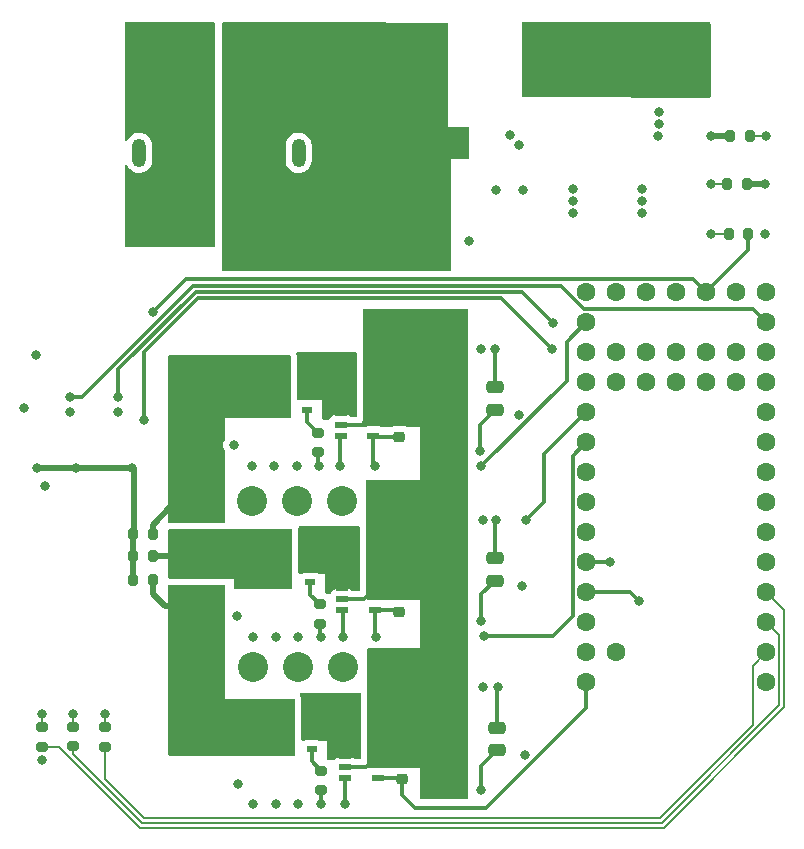
<source format=gbr>
%TF.GenerationSoftware,KiCad,Pcbnew,7.0.9*%
%TF.CreationDate,2023-12-30T21:06:32-05:00*%
%TF.ProjectId,esc,6573632e-6b69-4636-9164-5f7063625858,rev?*%
%TF.SameCoordinates,Original*%
%TF.FileFunction,Copper,L4,Bot*%
%TF.FilePolarity,Positive*%
%FSLAX46Y46*%
G04 Gerber Fmt 4.6, Leading zero omitted, Abs format (unit mm)*
G04 Created by KiCad (PCBNEW 7.0.9) date 2023-12-30 21:06:32*
%MOMM*%
%LPD*%
G01*
G04 APERTURE LIST*
G04 Aperture macros list*
%AMRoundRect*
0 Rectangle with rounded corners*
0 $1 Rounding radius*
0 $2 $3 $4 $5 $6 $7 $8 $9 X,Y pos of 4 corners*
0 Add a 4 corners polygon primitive as box body*
4,1,4,$2,$3,$4,$5,$6,$7,$8,$9,$2,$3,0*
0 Add four circle primitives for the rounded corners*
1,1,$1+$1,$2,$3*
1,1,$1+$1,$4,$5*
1,1,$1+$1,$6,$7*
1,1,$1+$1,$8,$9*
0 Add four rect primitives between the rounded corners*
20,1,$1+$1,$2,$3,$4,$5,0*
20,1,$1+$1,$4,$5,$6,$7,0*
20,1,$1+$1,$6,$7,$8,$9,0*
20,1,$1+$1,$8,$9,$2,$3,0*%
G04 Aperture macros list end*
%TA.AperFunction,SMDPad,CuDef*%
%ADD10R,1.000000X0.599999*%
%TD*%
%TA.AperFunction,ComponentPad*%
%ADD11R,2.300000X2.300000*%
%TD*%
%TA.AperFunction,ComponentPad*%
%ADD12C,2.300000*%
%TD*%
%TA.AperFunction,ComponentPad*%
%ADD13R,3.716000X3.716000*%
%TD*%
%TA.AperFunction,ComponentPad*%
%ADD14C,3.716000*%
%TD*%
%TA.AperFunction,ComponentPad*%
%ADD15O,1.200000X2.400000*%
%TD*%
%TA.AperFunction,ComponentPad*%
%ADD16C,1.600000*%
%TD*%
%TA.AperFunction,SMDPad,CuDef*%
%ADD17R,0.850000X0.500000*%
%TD*%
%TA.AperFunction,SMDPad,CuDef*%
%ADD18R,4.550000X4.410000*%
%TD*%
%TA.AperFunction,SMDPad,CuDef*%
%ADD19RoundRect,0.250000X-0.362500X-1.425000X0.362500X-1.425000X0.362500X1.425000X-0.362500X1.425000X0*%
%TD*%
%TA.AperFunction,SMDPad,CuDef*%
%ADD20RoundRect,0.250000X0.475000X-0.250000X0.475000X0.250000X-0.475000X0.250000X-0.475000X-0.250000X0*%
%TD*%
%TA.AperFunction,SMDPad,CuDef*%
%ADD21RoundRect,0.200000X0.275000X-0.200000X0.275000X0.200000X-0.275000X0.200000X-0.275000X-0.200000X0*%
%TD*%
%TA.AperFunction,SMDPad,CuDef*%
%ADD22RoundRect,0.200000X0.200000X0.275000X-0.200000X0.275000X-0.200000X-0.275000X0.200000X-0.275000X0*%
%TD*%
%TA.AperFunction,SMDPad,CuDef*%
%ADD23RoundRect,0.225000X-0.250000X0.225000X-0.250000X-0.225000X0.250000X-0.225000X0.250000X0.225000X0*%
%TD*%
%TA.AperFunction,SMDPad,CuDef*%
%ADD24RoundRect,0.200000X-0.200000X-0.275000X0.200000X-0.275000X0.200000X0.275000X-0.200000X0.275000X0*%
%TD*%
%TA.AperFunction,ViaPad*%
%ADD25C,0.800000*%
%TD*%
%TA.AperFunction,ViaPad*%
%ADD26C,2.540000*%
%TD*%
%TA.AperFunction,Conductor*%
%ADD27C,0.300000*%
%TD*%
%TA.AperFunction,Conductor*%
%ADD28C,0.200000*%
%TD*%
%TA.AperFunction,Conductor*%
%ADD29C,0.500000*%
%TD*%
G04 APERTURE END LIST*
D10*
%TO.P,U302,1,OUT*%
%TO.N,Net-(U302-OUT)*%
X68610207Y-110730544D03*
%TO.P,U302,2,GND*%
%TO.N,GND*%
X68610207Y-109780543D03*
%TO.P,U302,3,IN+*%
%TO.N,Net-(U302-IN+)*%
X68610207Y-108830545D03*
%TO.P,U302,4,IN-*%
%TO.N,GND*%
X71360207Y-108830545D03*
%TO.P,U302,5,VS*%
%TO.N,+5V*%
X71360207Y-110730544D03*
%TD*%
%TO.P,U202,1,OUT*%
%TO.N,Net-(U202-OUT)*%
X68850206Y-124976545D03*
%TO.P,U202,2,GND*%
%TO.N,GND*%
X68850206Y-124026544D03*
%TO.P,U202,3,IN+*%
%TO.N,Net-(U202-IN+)*%
X68850206Y-123076546D03*
%TO.P,U202,4,IN-*%
%TO.N,GND*%
X71600206Y-123076546D03*
%TO.P,U202,5,VS*%
%TO.N,+5V*%
X71600206Y-124976545D03*
%TD*%
%TO.P,U402,5,VS*%
%TO.N,+5V*%
X71222207Y-95981545D03*
%TO.P,U402,4,IN-*%
%TO.N,GND*%
X71222207Y-94081546D03*
%TO.P,U402,3,IN+*%
%TO.N,Net-(U402-IN+)*%
X68472207Y-94081546D03*
%TO.P,U402,2,GND*%
%TO.N,GND*%
X68472207Y-95031544D03*
%TO.P,U402,1,OUT*%
%TO.N,Net-(U402-OUT)*%
X68472207Y-95981545D03*
%TD*%
D11*
%TO.P,J102,1,1*%
%TO.N,PHASE_A*%
X56277720Y-110358543D03*
D12*
%TO.P,J102,2,2*%
%TO.N,PHASE_B*%
X56277720Y-106158544D03*
%TO.P,J102,3,3*%
%TO.N,PHASE_C*%
X56277720Y-101958545D03*
%TD*%
D13*
%TO.P,J101,1,+*%
%TO.N,VCC*%
X61747000Y-78009000D03*
D14*
%TO.P,J101,2,-*%
%TO.N,GND*%
X54547000Y-78009000D03*
D15*
%TO.P,J101,S1*%
%TO.N,N/C*%
X64897000Y-72009000D03*
%TO.P,J101,S2*%
X51397000Y-72009000D03*
%TD*%
D16*
%TO.P,U103,1,GND*%
%TO.N,GND*%
X104507207Y-116826544D03*
%TO.P,U103,2,0_RX1_CRX2_CS1*%
%TO.N,I_ERROR_A*%
X104507207Y-114286544D03*
%TO.P,U103,3,1_TX1_CTX2_MISO1*%
%TO.N,I_ERROR_B*%
X104507207Y-111746544D03*
%TO.P,U103,4,2_OUT2*%
%TO.N,I_ERROR_C*%
X104507207Y-109206544D03*
%TO.P,U103,5,3_LRCLK2*%
%TO.N,unconnected-(U103-3_LRCLK2-Pad5)*%
X104507207Y-106666544D03*
%TO.P,U103,6,4_BCLK2*%
%TO.N,unconnected-(U103-4_BCLK2-Pad6)*%
X104507207Y-104126544D03*
%TO.P,U103,7,5_IN2*%
%TO.N,unconnected-(U103-5_IN2-Pad7)*%
X104507207Y-101586544D03*
%TO.P,U103,8,6_OUT1D*%
%TO.N,unconnected-(U103-6_OUT1D-Pad8)*%
X104507207Y-99046544D03*
%TO.P,U103,9,7_RX2_OUT1A*%
%TO.N,unconnected-(U103-7_RX2_OUT1A-Pad9)*%
X104507207Y-96506544D03*
%TO.P,U103,10,8_TX2_IN1*%
%TO.N,unconnected-(U103-8_TX2_IN1-Pad10)*%
X104507207Y-93966544D03*
%TO.P,U103,11,9_OUT1C*%
%TO.N,ZERO_C*%
X104507207Y-91426544D03*
%TO.P,U103,12,10_CS_MQSR*%
%TO.N,ZERO_B*%
X104507207Y-88886544D03*
%TO.P,U103,13,11_MOSI_CTX1*%
%TO.N,ZERO_A*%
X104507207Y-86346544D03*
%TO.P,U103,14,12_MISO_MQSL*%
%TO.N,VCC_SENSE*%
X104507207Y-83806544D03*
%TO.P,U103,15,VBAT*%
%TO.N,unconnected-(U103-VBAT-Pad15)*%
X101967207Y-83806544D03*
%TO.P,U103,16,3V3*%
%TO.N,+3.3V*%
X99427207Y-83806544D03*
%TO.P,U103,17,GND*%
%TO.N,GND*%
X96887207Y-83806544D03*
%TO.P,U103,18,PROGRAM*%
%TO.N,unconnected-(U103-PROGRAM-Pad18)*%
X94347207Y-83806544D03*
%TO.P,U103,19,ON_OFF*%
%TO.N,unconnected-(U103-ON_OFF-Pad19)*%
X91807207Y-83806544D03*
%TO.P,U103,20,13_SCK_CRX1_LED*%
%TO.N,PWM_C*%
X89267207Y-83806544D03*
%TO.P,U103,21,14_A0_TX3_SPDIF_OUT*%
%TO.N,I_SENSE_C*%
X89267207Y-86346544D03*
%TO.P,U103,22,15_A1_RX3_SPDIF_IN*%
%TO.N,V_SENSE_C*%
X89267207Y-88886544D03*
%TO.P,U103,23,16_A2_RX4_SCL1*%
%TO.N,unconnected-(U103-16_A2_RX4_SCL1-Pad23)*%
X89267207Y-91426544D03*
%TO.P,U103,24,17_A3_TX4_SDA1*%
%TO.N,PWM_B*%
X89267207Y-93966544D03*
%TO.P,U103,25,18_A4_SDA0*%
%TO.N,I_SENSE_B*%
X89267207Y-96506544D03*
%TO.P,U103,26,19_A5_SCL0*%
%TO.N,V_SENSE_B*%
X89267207Y-99046544D03*
%TO.P,U103,27,20_A6_TX5_LRCLK1*%
%TO.N,unconnected-(U103-20_A6_TX5_LRCLK1-Pad27)*%
X89267207Y-101586544D03*
%TO.P,U103,28,21_A7_RX5_BCLK1*%
%TO.N,PWM_A*%
X89267207Y-104126544D03*
%TO.P,U103,29,22_A8_CTX1*%
%TO.N,I_SENSE_A*%
X89267207Y-106666544D03*
%TO.P,U103,30,23_A9_CRX1_MCLK1*%
%TO.N,V_SENSE_A*%
X89267207Y-109206544D03*
%TO.P,U103,31,3V3*%
%TO.N,+3.3V*%
X89267207Y-111746544D03*
%TO.P,U103,32,GND*%
%TO.N,GND*%
X89267207Y-114286544D03*
%TO.P,U103,33,VIN*%
%TO.N,+5V*%
X89267207Y-116826544D03*
%TO.P,U103,34,VUSB*%
%TO.N,unconnected-(U103-VUSB-Pad34)*%
X91807207Y-114286544D03*
%TO.P,U103,35,24_A10_TX6_SCL2*%
%TO.N,unconnected-(U103-24_A10_TX6_SCL2-Pad35)*%
X91807207Y-88886544D03*
%TO.P,U103,36,25_A11_RX6_SDA2*%
%TO.N,unconnected-(U103-25_A11_RX6_SDA2-Pad36)*%
X91807207Y-91426544D03*
%TO.P,U103,37,26_A12_MOSI1*%
%TO.N,unconnected-(U103-26_A12_MOSI1-Pad37)*%
X94347207Y-88886544D03*
%TO.P,U103,38,27_A13_SCK1*%
%TO.N,unconnected-(U103-27_A13_SCK1-Pad38)*%
X94347207Y-91426544D03*
%TO.P,U103,39,28_RX7*%
%TO.N,unconnected-(U103-28_RX7-Pad39)*%
X96887207Y-88886544D03*
%TO.P,U103,40,29_TX7*%
%TO.N,unconnected-(U103-29_TX7-Pad40)*%
X96887207Y-91426544D03*
%TO.P,U103,41,30_CRX3*%
%TO.N,unconnected-(U103-30_CRX3-Pad41)*%
X99427207Y-88886544D03*
%TO.P,U103,42,31_CTX3*%
%TO.N,unconnected-(U103-31_CTX3-Pad42)*%
X99427207Y-91426544D03*
%TO.P,U103,43,32_OUT1B*%
%TO.N,unconnected-(U103-32_OUT1B-Pad43)*%
X101967207Y-88886544D03*
%TO.P,U103,44,33_MCLK2*%
%TO.N,unconnected-(U103-33_MCLK2-Pad44)*%
X101967207Y-91426544D03*
%TD*%
D17*
%TO.P,Q402,1,S*%
%TO.N,Net-(U402-IN+)*%
X65641207Y-89990544D03*
%TO.P,Q402,2,S*%
X65641207Y-91260544D03*
%TO.P,Q402,3,S*%
X65641207Y-92530544D03*
%TO.P,Q402,4,G*%
%TO.N,Net-(Q402-G)*%
X65641207Y-93800544D03*
D18*
%TO.P,Q402,5,D*%
%TO.N,PHASE_C*%
X61691207Y-91895544D03*
%TD*%
D19*
%TO.P,R203,1*%
%TO.N,Net-(U202-IN+)*%
X68999207Y-119708544D03*
%TO.P,R203,2*%
%TO.N,GND*%
X74924207Y-119708544D03*
%TD*%
D20*
%TO.P,C201,1*%
%TO.N,VCC*%
X81733207Y-122583494D03*
%TO.P,C201,2*%
%TO.N,GND*%
X81733207Y-120683494D03*
%TD*%
D21*
%TO.P,R402,1*%
%TO.N,Net-(U401-LO)*%
X66567207Y-97380544D03*
%TO.P,R402,2*%
%TO.N,Net-(Q402-G)*%
X66567207Y-95730544D03*
%TD*%
%TO.P,R110,1*%
%TO.N,I_ERROR_A*%
X48500207Y-122286544D03*
%TO.P,R110,2*%
%TO.N,Net-(D105-A)*%
X48500207Y-120636544D03*
%TD*%
%TO.P,R302,1*%
%TO.N,Net-(U301-LO)*%
X66710207Y-111897544D03*
%TO.P,R302,2*%
%TO.N,Net-(Q302-G)*%
X66710207Y-110247544D03*
%TD*%
%TO.P,R112,1*%
%TO.N,I_ERROR_C*%
X43166207Y-122286544D03*
%TO.P,R112,2*%
%TO.N,Net-(D107-A)*%
X43166207Y-120636544D03*
%TD*%
D22*
%TO.P,R115,1*%
%TO.N,PHASE_C*%
X52564207Y-104252794D03*
%TO.P,R115,2*%
%TO.N,V_NEUTRAL*%
X50914207Y-104252794D03*
%TD*%
D23*
%TO.P,C405,1*%
%TO.N,GND*%
X73425207Y-94510544D03*
%TO.P,C405,2*%
%TO.N,+5V*%
X73425207Y-96060544D03*
%TD*%
%TO.P,C205,1*%
%TO.N,GND*%
X73654207Y-123505544D03*
%TO.P,C205,2*%
%TO.N,+5V*%
X73654207Y-125055544D03*
%TD*%
D20*
%TO.P,C401,1*%
%TO.N,VCC*%
X81520207Y-93765394D03*
%TO.P,C401,2*%
%TO.N,GND*%
X81520207Y-91865394D03*
%TD*%
%TO.P,C301,1*%
%TO.N,VCC*%
X81520207Y-108251544D03*
%TO.P,C301,2*%
%TO.N,GND*%
X81520207Y-106351544D03*
%TD*%
D22*
%TO.P,R108,1*%
%TO.N,+5V*%
X102851000Y-74676000D03*
%TO.P,R108,2*%
%TO.N,Net-(D103-A)*%
X101201000Y-74676000D03*
%TD*%
%TO.P,R109,1*%
%TO.N,+3.3V*%
X102978000Y-78867000D03*
%TO.P,R109,2*%
%TO.N,Net-(D104-A)*%
X101328000Y-78867000D03*
%TD*%
D17*
%TO.P,Q302,1,S*%
%TO.N,Net-(U302-IN+)*%
X65899207Y-104507544D03*
%TO.P,Q302,2,S*%
X65899207Y-105777544D03*
%TO.P,Q302,3,S*%
X65899207Y-107047544D03*
%TO.P,Q302,4,G*%
%TO.N,Net-(Q302-G)*%
X65899207Y-108317544D03*
D18*
%TO.P,Q302,5,D*%
%TO.N,PHASE_B*%
X61949207Y-106412544D03*
%TD*%
D21*
%TO.P,R202,1*%
%TO.N,Net-(U201-LO)*%
X66796207Y-125994544D03*
%TO.P,R202,2*%
%TO.N,Net-(Q202-G)*%
X66796207Y-124344544D03*
%TD*%
D24*
%TO.P,R107,1*%
%TO.N,VCC*%
X101455000Y-70612000D03*
%TO.P,R107,2*%
%TO.N,Net-(D102-A)*%
X103105000Y-70612000D03*
%TD*%
D21*
%TO.P,R111,1*%
%TO.N,I_ERROR_B*%
X45833207Y-122259544D03*
%TO.P,R111,2*%
%TO.N,Net-(D106-A)*%
X45833207Y-120609544D03*
%TD*%
D22*
%TO.P,R113,1*%
%TO.N,PHASE_A*%
X52564207Y-108189794D03*
%TO.P,R113,2*%
%TO.N,V_NEUTRAL*%
X50914207Y-108189794D03*
%TD*%
D19*
%TO.P,R403,1*%
%TO.N,Net-(U402-IN+)*%
X68557707Y-90967544D03*
%TO.P,R403,2*%
%TO.N,GND*%
X74482707Y-90967544D03*
%TD*%
%TO.P,R303,1*%
%TO.N,Net-(U302-IN+)*%
X68778707Y-105523544D03*
%TO.P,R303,2*%
%TO.N,GND*%
X74703707Y-105523544D03*
%TD*%
D22*
%TO.P,R114,1*%
%TO.N,PHASE_B*%
X52564207Y-106187794D03*
%TO.P,R114,2*%
%TO.N,V_NEUTRAL*%
X50914207Y-106187794D03*
%TD*%
D23*
%TO.P,C305,1*%
%TO.N,GND*%
X73392207Y-109307544D03*
%TO.P,C305,2*%
%TO.N,+5V*%
X73392207Y-110857544D03*
%TD*%
D17*
%TO.P,Q202,1,S*%
%TO.N,Net-(U202-IN+)*%
X65997207Y-118694344D03*
%TO.P,Q202,2,S*%
X65997207Y-119964344D03*
%TO.P,Q202,3,S*%
X65997207Y-121234344D03*
%TO.P,Q202,4,G*%
%TO.N,Net-(Q202-G)*%
X65997207Y-122504344D03*
D18*
%TO.P,Q202,5,D*%
%TO.N,PHASE_A*%
X62047207Y-120599344D03*
%TD*%
D25*
%TO.N,Net-(D102-A)*%
X104502000Y-70612000D03*
%TO.N,Net-(D104-A)*%
X99803000Y-78867000D03*
D26*
%TO.N,GND*%
X77202207Y-101459044D03*
D25*
X79356000Y-79502000D03*
X104375000Y-78867000D03*
D26*
X73011207Y-115556544D03*
D25*
X59803207Y-125462544D03*
X81642000Y-75184000D03*
X95377000Y-68580000D03*
X43420207Y-100189544D03*
X59422207Y-96760544D03*
X81520207Y-88632544D03*
X59676207Y-111238544D03*
D26*
X55626000Y-63500000D03*
D25*
X81647207Y-103110544D03*
D26*
X76948207Y-87108544D03*
D25*
X88119000Y-76073000D03*
D26*
X73011207Y-101459544D03*
D25*
X88138000Y-75057000D03*
X83566000Y-71323200D03*
X95377000Y-69596000D03*
D26*
X72630207Y-87108544D03*
D25*
X42658207Y-89140544D03*
X43166207Y-123430544D03*
X81774207Y-117207544D03*
X95358000Y-70612000D03*
X88138000Y-77089000D03*
D26*
X77329207Y-115556544D03*
D25*
X82804000Y-70510400D03*
D26*
X52324000Y-63500000D03*
D25*
%TO.N,VCC*%
X80377207Y-111619544D03*
D26*
X71012000Y-63373000D03*
D25*
X80377207Y-125970544D03*
D26*
X74295000Y-76073000D03*
X68566207Y-101459544D03*
X74300207Y-79361544D03*
D25*
X41642207Y-93585544D03*
D26*
X68693207Y-115556544D03*
D25*
X83928000Y-75184000D03*
D26*
X64408000Y-63373000D03*
D25*
X93961000Y-77089000D03*
D26*
X60946207Y-101459544D03*
D25*
X93980000Y-75057000D03*
D26*
X64883207Y-115556544D03*
X74295000Y-63373000D03*
X61106000Y-63373000D03*
X61073207Y-115556544D03*
D25*
X80250207Y-97268544D03*
D26*
X74295000Y-66548000D03*
D25*
X45579207Y-93966544D03*
X49643207Y-93966544D03*
X93961000Y-76073000D03*
X99803000Y-70612000D03*
D26*
X64756207Y-101459544D03*
X67710000Y-63373000D03*
X74295000Y-72898000D03*
X74295000Y-69723000D03*
D25*
%TO.N,+5V*%
X71360207Y-98538544D03*
D26*
X88881000Y-62611000D03*
X91929000Y-62611000D03*
D25*
X104375000Y-74676000D03*
D26*
X94977000Y-62611000D03*
X98025000Y-62611000D03*
D25*
X71487207Y-113016544D03*
%TO.N,I_SENSE_A*%
X91299207Y-106666544D03*
%TO.N,V_SENSE_A*%
X64883207Y-127113544D03*
X61073207Y-127113544D03*
X93706707Y-109968544D03*
%TO.N,I_SENSE_B*%
X80631207Y-112889544D03*
%TO.N,V_SENSE_B*%
X64883207Y-113029044D03*
X61073207Y-113016544D03*
%TO.N,I_SENSE_C*%
X80377207Y-98539044D03*
%TO.N,V_SENSE_C*%
X64756207Y-98538544D03*
X60946207Y-98538544D03*
%TO.N,+3.3V*%
X52564207Y-85457544D03*
%TO.N,Net-(U201-HO)*%
X84060207Y-123008842D03*
X62986207Y-127113544D03*
%TO.N,Net-(U201-LO)*%
X80504207Y-117207544D03*
X66796207Y-127113544D03*
%TO.N,Net-(U301-HO)*%
X83782535Y-108717100D03*
X62978207Y-113016544D03*
%TO.N,Net-(U301-LO)*%
X80504207Y-103110544D03*
X66788207Y-113016544D03*
%TO.N,Net-(U401-HO)*%
X62851207Y-98538544D03*
X83552207Y-94220544D03*
%TO.N,Net-(U401-LO)*%
X80377207Y-88632544D03*
X66661207Y-98538544D03*
%TO.N,PWM_B*%
X84187207Y-103110544D03*
%TO.N,Net-(D105-A)*%
X48500207Y-119493544D03*
%TO.N,Net-(D106-A)*%
X45833207Y-119493544D03*
%TO.N,Net-(D107-A)*%
X43166207Y-119493544D03*
%TO.N,Net-(D103-A)*%
X99803000Y-74676000D03*
%TO.N,V_NEUTRAL*%
X46087207Y-98665544D03*
X42785207Y-98665544D03*
X50786207Y-98665544D03*
%TO.N,Net-(U202-OUT)*%
X68820207Y-127113544D03*
%TO.N,Net-(U302-OUT)*%
X68693207Y-113016544D03*
%TO.N,Net-(U402-OUT)*%
X68439207Y-98538544D03*
%TO.N,ZERO_A*%
X45579207Y-92696544D03*
%TO.N,ZERO_B*%
X86409707Y-86410044D03*
X49643207Y-92696544D03*
%TO.N,ZERO_C*%
X51802207Y-94601544D03*
X86346207Y-88632044D03*
%TD*%
D27*
%TO.N,+3.3V*%
X52564207Y-85457544D02*
X55365207Y-82656544D01*
X55365207Y-82656544D02*
X98277207Y-82656544D01*
X98277207Y-82656544D02*
X99427207Y-83806544D01*
D28*
%TO.N,Net-(D102-A)*%
X104502000Y-70612000D02*
X103105000Y-70612000D01*
%TO.N,Net-(D104-A)*%
X99803000Y-78867000D02*
X101328000Y-78867000D01*
D27*
%TO.N,GND*%
X68610207Y-109780543D02*
X70410209Y-109780543D01*
X68472207Y-95031544D02*
X70272209Y-95031544D01*
X81733207Y-117248544D02*
X81774207Y-117207544D01*
X68850206Y-124026544D02*
X70650208Y-124026544D01*
X70650208Y-124026544D02*
X71600206Y-123076546D01*
X81520207Y-103237544D02*
X81520207Y-106351544D01*
X81647207Y-103110544D02*
X81520207Y-103237544D01*
X70410209Y-109780543D02*
X71360207Y-108830545D01*
X81733207Y-120683494D02*
X81733207Y-117248544D01*
X81520207Y-91865394D02*
X81520207Y-88632544D01*
X70272209Y-95031544D02*
X71222207Y-94081546D01*
%TO.N,VCC*%
X81733207Y-122583494D02*
X80377207Y-123939494D01*
X80250207Y-97268544D02*
X80250207Y-95035394D01*
D29*
X101455000Y-70612000D02*
X99803000Y-70612000D01*
D27*
X80377207Y-111619544D02*
X80377207Y-109394544D01*
X80377207Y-109394544D02*
X81520207Y-108251544D01*
X80250207Y-95035394D02*
X81520207Y-93765394D01*
X80377207Y-123939494D02*
X80377207Y-125970544D01*
%TO.N,+5V*%
X71222207Y-95981545D02*
X71222207Y-98400544D01*
D29*
X102851000Y-74676000D02*
X104375000Y-74676000D01*
D27*
X71360207Y-110730544D02*
X71360207Y-112889544D01*
X71360207Y-112889544D02*
X71487207Y-113016544D01*
X73654207Y-125055544D02*
X73654207Y-126359544D01*
X74789207Y-127494544D02*
X80758207Y-127494544D01*
X71222207Y-98400544D02*
X71360207Y-98538544D01*
X80758207Y-127494544D02*
X89267207Y-118985544D01*
X73654207Y-126359544D02*
X74789207Y-127494544D01*
X89267207Y-118985544D02*
X89267207Y-116826544D01*
X73265207Y-110730544D02*
X73392207Y-110857544D01*
X71301206Y-96060544D02*
X71222207Y-95981545D01*
X71600206Y-124976545D02*
X73575208Y-124976545D01*
X73575208Y-124976545D02*
X73654207Y-125055544D01*
X71360207Y-110730544D02*
X73265207Y-110730544D01*
X73425207Y-96060544D02*
X71301206Y-96060544D01*
%TO.N,I_SENSE_A*%
X91299207Y-106666544D02*
X89267207Y-106666544D01*
%TO.N,V_SENSE_A*%
X92944707Y-109206544D02*
X89267207Y-109206544D01*
X93706707Y-109968544D02*
X92944707Y-109206544D01*
%TO.N,I_SENSE_B*%
X88117207Y-111245544D02*
X88117207Y-97656544D01*
X80631207Y-112889544D02*
X86473207Y-112889544D01*
X86473207Y-112889544D02*
X88117207Y-111245544D01*
X88117207Y-97656544D02*
X89267207Y-96506544D01*
%TO.N,I_SENSE_C*%
X80377207Y-98539044D02*
X87616207Y-91300044D01*
X87616207Y-87997544D02*
X89267207Y-86346544D01*
X87616207Y-91300044D02*
X87616207Y-87997544D01*
D29*
%TO.N,PHASE_A*%
X52564207Y-109333544D02*
X53589206Y-110358543D01*
X53589206Y-110358543D02*
X56277720Y-110358543D01*
X52564207Y-108189794D02*
X52564207Y-109333544D01*
%TO.N,PHASE_B*%
X52564207Y-106187794D02*
X56248470Y-106187794D01*
X56248470Y-106187794D02*
X56277720Y-106158544D01*
%TO.N,PHASE_C*%
X54097206Y-101958545D02*
X56277720Y-101958545D01*
X52564207Y-103491544D02*
X54097206Y-101958545D01*
X52564207Y-104252794D02*
X52564207Y-103491544D01*
D27*
%TO.N,+3.3V*%
X102978000Y-80255751D02*
X99427207Y-83806544D01*
X102978000Y-78867000D02*
X102978000Y-80255751D01*
%TO.N,Net-(U201-LO)*%
X66796207Y-127113544D02*
X66796207Y-125994544D01*
%TO.N,Net-(U301-LO)*%
X66788207Y-113016544D02*
X66710207Y-112938544D01*
X66710207Y-112938544D02*
X66710207Y-111897544D01*
%TO.N,Net-(U401-LO)*%
X66567207Y-98444544D02*
X66661207Y-98538544D01*
X66567207Y-97380544D02*
X66567207Y-98444544D01*
%TO.N,PWM_B*%
X85711207Y-97522544D02*
X89267207Y-93966544D01*
X84187207Y-103110544D02*
X85711207Y-101586544D01*
X85711207Y-101586544D02*
X85711207Y-97522544D01*
D28*
%TO.N,Net-(D105-A)*%
X48500207Y-119493544D02*
X48500207Y-120636544D01*
%TO.N,Net-(D106-A)*%
X45833207Y-119493544D02*
X45833207Y-120609544D01*
%TO.N,Net-(D107-A)*%
X43166207Y-119493544D02*
X43166207Y-120636544D01*
%TO.N,Net-(D103-A)*%
X99803000Y-74676000D02*
X101201000Y-74676000D01*
D29*
X101201000Y-74676000D02*
X101200000Y-74676000D01*
D27*
%TO.N,Net-(Q202-G)*%
X65997207Y-123545544D02*
X66796207Y-124344544D01*
X65997207Y-122504344D02*
X65997207Y-123545544D01*
%TO.N,Net-(Q302-G)*%
X66710207Y-110247544D02*
X66686207Y-110247544D01*
X65899207Y-109460544D02*
X65899207Y-108317544D01*
X66686207Y-110247544D02*
X65899207Y-109460544D01*
%TO.N,Net-(Q402-G)*%
X66567207Y-95714044D02*
X65645207Y-94792044D01*
X65645207Y-94792044D02*
X65645207Y-93804544D01*
X65645207Y-93804544D02*
X65641207Y-93800544D01*
X66567207Y-95730544D02*
X66567207Y-95714044D01*
D28*
%TO.N,I_ERROR_A*%
X48500207Y-125055807D02*
X51789944Y-128345544D01*
X103364207Y-120460593D02*
X103364207Y-115429544D01*
X51789944Y-128345544D02*
X95479256Y-128345544D01*
X103364207Y-115429544D02*
X104507207Y-114286544D01*
X48500207Y-122286544D02*
X48500207Y-125055807D01*
X95479256Y-128345544D02*
X103364207Y-120460593D01*
%TO.N,I_ERROR_B*%
X95644942Y-128745544D02*
X105607207Y-118783279D01*
X105607207Y-118783279D02*
X105607207Y-112846544D01*
X51624259Y-128745544D02*
X95644942Y-128745544D01*
X105607207Y-112846544D02*
X104507207Y-111746544D01*
X45833207Y-122259544D02*
X45833207Y-122954492D01*
X45833207Y-122954492D02*
X51624259Y-128745544D01*
%TO.N,I_ERROR_C*%
X95810628Y-129145544D02*
X51458574Y-129145544D01*
X106007207Y-110706544D02*
X106007207Y-118948965D01*
X43166207Y-122286544D02*
X43206063Y-122326400D01*
X106007207Y-118948965D02*
X95810628Y-129145544D01*
X51458574Y-129145544D02*
X44599574Y-122286544D01*
X44599574Y-122286544D02*
X43166207Y-122286544D01*
X104507207Y-109206544D02*
X106007207Y-110706544D01*
D29*
%TO.N,V_NEUTRAL*%
X42785207Y-98665544D02*
X46087207Y-98665544D01*
X50977719Y-98857056D02*
X50786207Y-98665544D01*
X50786207Y-98665544D02*
X46087207Y-98665544D01*
X50977719Y-104189282D02*
X50977719Y-98857056D01*
X50914207Y-108189794D02*
X50914207Y-104252794D01*
X50914207Y-104252794D02*
X50977719Y-104189282D01*
D27*
%TO.N,Net-(U202-OUT)*%
X68850206Y-124976545D02*
X68850206Y-127083545D01*
X68850206Y-127083545D02*
X68820207Y-127113544D01*
%TO.N,Net-(U302-OUT)*%
X68693207Y-113016544D02*
X68693207Y-110813544D01*
X68693207Y-110813544D02*
X68610207Y-110730544D01*
%TO.N,Net-(U402-OUT)*%
X68439207Y-96014545D02*
X68472207Y-95981545D01*
X68439207Y-98538544D02*
X68439207Y-96014545D01*
%TO.N,ZERO_A*%
X55993207Y-83298544D02*
X87132861Y-83298544D01*
X46595207Y-92696544D02*
X55993207Y-83298544D01*
X103357207Y-85196544D02*
X104507207Y-86346544D01*
X45579207Y-92696544D02*
X46595207Y-92696544D01*
X87132861Y-83298544D02*
X89030861Y-85196544D01*
X89030861Y-85196544D02*
X103357207Y-85196544D01*
%TO.N,ZERO_B*%
X86409707Y-86410044D02*
X83806207Y-83806544D01*
X83806207Y-83806544D02*
X56192313Y-83806544D01*
X49643207Y-90355650D02*
X49643207Y-92696544D01*
X56192313Y-83806544D02*
X49643207Y-90355650D01*
%TO.N,ZERO_C*%
X86346207Y-88632044D02*
X86346207Y-88624544D01*
X86346207Y-88624544D02*
X82028207Y-84306544D01*
X51802207Y-88903756D02*
X51802207Y-94601544D01*
X82028207Y-84306544D02*
X56399419Y-84306544D01*
X56399419Y-84306544D02*
X51802207Y-88903756D01*
%TD*%
%TA.AperFunction,Conductor*%
%TO.N,VCC*%
G36*
X72357417Y-60985400D02*
G01*
X72376282Y-60985400D01*
X72493193Y-82006044D01*
X58530207Y-82006044D01*
X58463168Y-81986359D01*
X58417413Y-81933555D01*
X58406207Y-81882044D01*
X58406207Y-72661425D01*
X63796500Y-72661425D01*
X63811472Y-72818218D01*
X63870684Y-73019875D01*
X63920019Y-73115572D01*
X63966991Y-73206686D01*
X64096905Y-73371883D01*
X64096909Y-73371887D01*
X64255746Y-73509521D01*
X64437750Y-73614601D01*
X64437752Y-73614601D01*
X64437756Y-73614604D01*
X64636367Y-73683344D01*
X64844398Y-73713254D01*
X65054330Y-73703254D01*
X65258576Y-73653704D01*
X65344199Y-73614601D01*
X65449743Y-73566401D01*
X65449746Y-73566399D01*
X65449753Y-73566396D01*
X65620952Y-73444486D01*
X65690179Y-73371883D01*
X65765985Y-73292379D01*
X65821057Y-73206686D01*
X65879613Y-73115572D01*
X65957725Y-72920457D01*
X65997500Y-72714085D01*
X65997500Y-71356575D01*
X65982528Y-71199782D01*
X65923316Y-70998125D01*
X65827011Y-70811318D01*
X65827009Y-70811316D01*
X65827008Y-70811313D01*
X65697094Y-70646116D01*
X65697090Y-70646112D01*
X65538253Y-70508478D01*
X65356249Y-70403398D01*
X65356245Y-70403396D01*
X65356244Y-70403396D01*
X65157633Y-70334656D01*
X64949602Y-70304746D01*
X64949598Y-70304746D01*
X64739672Y-70314745D01*
X64535421Y-70364296D01*
X64535417Y-70364298D01*
X64344256Y-70451598D01*
X64344251Y-70451601D01*
X64173046Y-70573515D01*
X64173040Y-70573520D01*
X64028014Y-70725620D01*
X63914388Y-70902425D01*
X63836274Y-71097544D01*
X63816570Y-71199782D01*
X63796500Y-71303915D01*
X63796500Y-72661425D01*
X58406207Y-72661425D01*
X58406207Y-61095944D01*
X58425892Y-61028905D01*
X58478696Y-60983150D01*
X58530207Y-60971944D01*
X72311591Y-60971944D01*
X72357417Y-60985400D01*
G37*
%TD.AperFunction*%
%TD*%
%TA.AperFunction,Conductor*%
%TO.N,GND*%
G36*
X57778839Y-60979685D02*
G01*
X57824594Y-61032489D01*
X57835800Y-61084000D01*
X57835800Y-79886000D01*
X57816115Y-79953039D01*
X57763311Y-79998794D01*
X57711800Y-80010000D01*
X50289000Y-80010000D01*
X50221961Y-79990315D01*
X50176206Y-79937511D01*
X50165000Y-79886000D01*
X50165000Y-73132038D01*
X50184685Y-73064999D01*
X50237489Y-73019244D01*
X50306647Y-73009300D01*
X50370203Y-73038325D01*
X50399216Y-73075219D01*
X50466990Y-73206684D01*
X50596905Y-73371883D01*
X50596909Y-73371887D01*
X50755746Y-73509521D01*
X50937750Y-73614601D01*
X50937752Y-73614601D01*
X50937756Y-73614604D01*
X51136367Y-73683344D01*
X51344398Y-73713254D01*
X51554330Y-73703254D01*
X51758576Y-73653704D01*
X51844199Y-73614601D01*
X51949743Y-73566401D01*
X51949746Y-73566399D01*
X51949753Y-73566396D01*
X52120952Y-73444486D01*
X52190179Y-73371883D01*
X52265985Y-73292379D01*
X52265986Y-73292378D01*
X52379613Y-73115572D01*
X52457725Y-72920457D01*
X52497500Y-72714085D01*
X52497500Y-71356575D01*
X52482528Y-71199782D01*
X52423316Y-70998125D01*
X52327011Y-70811318D01*
X52327009Y-70811316D01*
X52327008Y-70811313D01*
X52197094Y-70646116D01*
X52197090Y-70646112D01*
X52038253Y-70508478D01*
X51856249Y-70403398D01*
X51856245Y-70403396D01*
X51856244Y-70403396D01*
X51657633Y-70334656D01*
X51449602Y-70304746D01*
X51449598Y-70304746D01*
X51239672Y-70314745D01*
X51035421Y-70364296D01*
X51035417Y-70364298D01*
X50844256Y-70451598D01*
X50844251Y-70451601D01*
X50673046Y-70573515D01*
X50673040Y-70573520D01*
X50528014Y-70725620D01*
X50414388Y-70902425D01*
X50404118Y-70928080D01*
X50360927Y-70983001D01*
X50294900Y-71005854D01*
X50227000Y-70989381D01*
X50178784Y-70938814D01*
X50165000Y-70881994D01*
X50165000Y-61084000D01*
X50184685Y-61016961D01*
X50237489Y-60971206D01*
X50289000Y-60960000D01*
X57711800Y-60960000D01*
X57778839Y-60979685D01*
G37*
%TD.AperFunction*%
%TD*%
%TA.AperFunction,Conductor*%
%TO.N,+5V*%
G36*
X99653997Y-60959606D02*
G01*
X99720971Y-60979503D01*
X99766558Y-61032452D01*
X99777600Y-61083605D01*
X99777600Y-67236321D01*
X99757915Y-67303360D01*
X99705111Y-67349115D01*
X99653122Y-67360320D01*
X86595000Y-67310000D01*
X83925000Y-67310000D01*
X83857961Y-67290315D01*
X83812206Y-67237511D01*
X83801000Y-67186000D01*
X83801000Y-61033594D01*
X83820685Y-60966555D01*
X83873489Y-60920800D01*
X83925391Y-60909595D01*
X99653997Y-60959606D01*
G37*
%TD.AperFunction*%
%TD*%
%TA.AperFunction,Conductor*%
%TO.N,VCC*%
G36*
X77470948Y-61005085D02*
G01*
X77516703Y-61057889D01*
X77527906Y-61108686D01*
X77578000Y-69850000D01*
X79232000Y-69850000D01*
X79299039Y-69869685D01*
X79344794Y-69922489D01*
X79356000Y-69974000D01*
X79356000Y-72393000D01*
X79336315Y-72460039D01*
X79283511Y-72505794D01*
X79232000Y-72517000D01*
X77832000Y-72517000D01*
X77832000Y-81882044D01*
X77812315Y-81949083D01*
X77759511Y-81994838D01*
X77708000Y-82006044D01*
X72493193Y-82006044D01*
X72376282Y-60985400D01*
X77403909Y-60985400D01*
X77470948Y-61005085D01*
G37*
%TD.AperFunction*%
%TD*%
%TA.AperFunction,Conductor*%
%TO.N,Net-(U402-IN+)*%
G36*
X69781746Y-88906229D02*
G01*
X69827501Y-88959033D01*
X69838707Y-89010544D01*
X69838707Y-94257044D01*
X69819022Y-94324083D01*
X69766218Y-94369838D01*
X69714707Y-94381044D01*
X69380438Y-94381044D01*
X69313399Y-94361359D01*
X69306127Y-94356311D01*
X69214538Y-94287748D01*
X69214535Y-94287746D01*
X69079689Y-94237452D01*
X69079690Y-94237452D01*
X69020090Y-94231045D01*
X69020088Y-94231044D01*
X69020080Y-94231044D01*
X69020071Y-94231044D01*
X67924336Y-94231044D01*
X67924330Y-94231045D01*
X67864723Y-94237452D01*
X67729878Y-94287746D01*
X67729871Y-94287750D01*
X67614662Y-94373996D01*
X67614659Y-94373999D01*
X67528413Y-94489208D01*
X67528408Y-94489217D01*
X67516601Y-94520876D01*
X67474731Y-94576810D01*
X67409267Y-94601228D01*
X67400419Y-94601544D01*
X67039207Y-94601544D01*
X66972168Y-94581859D01*
X66926413Y-94529055D01*
X66915207Y-94477544D01*
X66915207Y-92950544D01*
X64877707Y-92950544D01*
X64810668Y-92930859D01*
X64764913Y-92878055D01*
X64753707Y-92826544D01*
X64753707Y-89264554D01*
X64753707Y-89264544D01*
X64742154Y-89157088D01*
X64730948Y-89105577D01*
X64730882Y-89105381D01*
X64712352Y-89049703D01*
X64709858Y-88979878D01*
X64745510Y-88919789D01*
X64807990Y-88888514D01*
X64830006Y-88886544D01*
X69714707Y-88886544D01*
X69781746Y-88906229D01*
G37*
%TD.AperFunction*%
%TD*%
%TA.AperFunction,Conductor*%
%TO.N,PHASE_B*%
G36*
X64318246Y-103892229D02*
G01*
X64364001Y-103945033D01*
X64375207Y-103996544D01*
X64375207Y-108828544D01*
X64355522Y-108895583D01*
X64302718Y-108941338D01*
X64251207Y-108952544D01*
X59546207Y-108952544D01*
X59479168Y-108932859D01*
X59433413Y-108880055D01*
X59422207Y-108828544D01*
X59422207Y-108063544D01*
X53958207Y-108063544D01*
X53891168Y-108043859D01*
X53845413Y-107991055D01*
X53834207Y-107939544D01*
X53834207Y-103996544D01*
X53853892Y-103929505D01*
X53906696Y-103883750D01*
X53958207Y-103872544D01*
X64251207Y-103872544D01*
X64318246Y-103892229D01*
G37*
%TD.AperFunction*%
%TD*%
%TA.AperFunction,Conductor*%
%TO.N,GND*%
G36*
X71351206Y-113908254D02*
G01*
X71359639Y-113910046D01*
X71392561Y-113917044D01*
X71581853Y-113917044D01*
X71616266Y-113909729D01*
X71623208Y-113908254D01*
X71648988Y-113905544D01*
X75170207Y-113905544D01*
X75170207Y-124065544D01*
X70849207Y-124065544D01*
X70782168Y-124045859D01*
X70736413Y-123993055D01*
X70725207Y-123941544D01*
X70725207Y-114029544D01*
X70744892Y-113962505D01*
X70797696Y-113916750D01*
X70849207Y-113905544D01*
X71325426Y-113905544D01*
X71351206Y-113908254D01*
G37*
%TD.AperFunction*%
%TD*%
%TA.AperFunction,Conductor*%
%TO.N,GND*%
G36*
X79177246Y-85223229D02*
G01*
X79223001Y-85276033D01*
X79234207Y-85327544D01*
X79234207Y-126608544D01*
X79214522Y-126675583D01*
X79161718Y-126721338D01*
X79110207Y-126732544D01*
X75294207Y-126732544D01*
X75227168Y-126712859D01*
X75181413Y-126660055D01*
X75170207Y-126608544D01*
X75170207Y-124065544D01*
X75170207Y-85203544D01*
X79110207Y-85203544D01*
X79177246Y-85223229D01*
G37*
%TD.AperFunction*%
%TD*%
%TA.AperFunction,Conductor*%
%TO.N,Net-(U302-IN+)*%
G36*
X70035746Y-103638229D02*
G01*
X70081501Y-103691033D01*
X70092707Y-103742544D01*
X70092707Y-109006043D01*
X70073022Y-109073082D01*
X70020218Y-109118837D01*
X69968707Y-109130043D01*
X69518438Y-109130043D01*
X69451399Y-109110358D01*
X69444127Y-109105310D01*
X69352538Y-109036747D01*
X69352535Y-109036745D01*
X69217689Y-108986451D01*
X69217690Y-108986451D01*
X69158090Y-108980044D01*
X69158088Y-108980043D01*
X69158080Y-108980043D01*
X69158071Y-108980043D01*
X68062336Y-108980043D01*
X68062330Y-108980044D01*
X68002723Y-108986451D01*
X67867878Y-109036745D01*
X67867871Y-109036749D01*
X67752662Y-109122995D01*
X67752659Y-109122998D01*
X67666413Y-109238207D01*
X67666411Y-109238211D01*
X67666411Y-109238212D01*
X67660940Y-109252878D01*
X67619071Y-109308810D01*
X67553607Y-109333228D01*
X67544760Y-109333544D01*
X67293207Y-109333544D01*
X67226168Y-109313859D01*
X67180413Y-109261055D01*
X67169207Y-109209544D01*
X67169207Y-107682544D01*
X66686351Y-107682544D01*
X66619312Y-107662859D01*
X66612040Y-107657811D01*
X66566537Y-107623747D01*
X66566535Y-107623746D01*
X66431689Y-107573452D01*
X66431690Y-107573452D01*
X66372090Y-107567045D01*
X66372088Y-107567044D01*
X66372080Y-107567044D01*
X66372071Y-107567044D01*
X65426336Y-107567044D01*
X65426330Y-107567045D01*
X65366723Y-107573452D01*
X65231878Y-107623746D01*
X65231876Y-107623747D01*
X65186374Y-107657811D01*
X65120910Y-107682228D01*
X65112063Y-107682544D01*
X65007207Y-107682544D01*
X64940168Y-107662859D01*
X64894413Y-107610055D01*
X64883207Y-107558544D01*
X64883207Y-103742544D01*
X64902892Y-103675505D01*
X64955696Y-103629750D01*
X65007207Y-103618544D01*
X69968707Y-103618544D01*
X70035746Y-103638229D01*
G37*
%TD.AperFunction*%
%TD*%
%TA.AperFunction,Conductor*%
%TO.N,Net-(U202-IN+)*%
G36*
X70162746Y-117735229D02*
G01*
X70208501Y-117788033D01*
X70219707Y-117839544D01*
X70219707Y-123252044D01*
X70200022Y-123319083D01*
X70147218Y-123364838D01*
X70095707Y-123376044D01*
X69758437Y-123376044D01*
X69691398Y-123356359D01*
X69684126Y-123351311D01*
X69592537Y-123282748D01*
X69592534Y-123282746D01*
X69457688Y-123232452D01*
X69457689Y-123232452D01*
X69398089Y-123226045D01*
X69398087Y-123226044D01*
X69398079Y-123226044D01*
X69398070Y-123226044D01*
X68302335Y-123226044D01*
X68302329Y-123226045D01*
X68242722Y-123232452D01*
X68107877Y-123282746D01*
X68107875Y-123282748D01*
X67992662Y-123368996D01*
X67992658Y-123369000D01*
X67983782Y-123380857D01*
X67927848Y-123422727D01*
X67884517Y-123430544D01*
X67420207Y-123430544D01*
X67353168Y-123410859D01*
X67307413Y-123358055D01*
X67296207Y-123306544D01*
X67296207Y-121779544D01*
X66603784Y-121779544D01*
X66560451Y-121771726D01*
X66529689Y-121760252D01*
X66529690Y-121760252D01*
X66470090Y-121753845D01*
X66470088Y-121753844D01*
X66470080Y-121753844D01*
X66470071Y-121753844D01*
X65524336Y-121753844D01*
X65524330Y-121753845D01*
X65464723Y-121760252D01*
X65433963Y-121771726D01*
X65390630Y-121779544D01*
X65258707Y-121779544D01*
X65191668Y-121759859D01*
X65145913Y-121707055D01*
X65134707Y-121655544D01*
X65134707Y-118347554D01*
X65134707Y-118347544D01*
X65123154Y-118240088D01*
X65111948Y-118188577D01*
X65111844Y-118188266D01*
X65077823Y-118086046D01*
X65077820Y-118086040D01*
X65029892Y-118011463D01*
X65010207Y-117944423D01*
X65010207Y-117839544D01*
X65029892Y-117772505D01*
X65082696Y-117726750D01*
X65134207Y-117715544D01*
X70095707Y-117715544D01*
X70162746Y-117735229D01*
G37*
%TD.AperFunction*%
%TD*%
%TA.AperFunction,Conductor*%
%TO.N,GND*%
G36*
X75170207Y-109841544D02*
G01*
X70722207Y-109841544D01*
X70655168Y-109821859D01*
X70609413Y-109769055D01*
X70598207Y-109717544D01*
X70598207Y-99805544D01*
X70617892Y-99738505D01*
X70670696Y-99692750D01*
X70722207Y-99681544D01*
X75170207Y-99681544D01*
X75170207Y-109841544D01*
G37*
%TD.AperFunction*%
%TD*%
%TA.AperFunction,Conductor*%
%TO.N,PHASE_C*%
G36*
X64191246Y-89160229D02*
G01*
X64237001Y-89213033D01*
X64248207Y-89264544D01*
X64248207Y-94350544D01*
X64228522Y-94417583D01*
X64175718Y-94463338D01*
X64124207Y-94474544D01*
X58660207Y-94474544D01*
X58660207Y-96246140D01*
X58643594Y-96308140D01*
X58595028Y-96392258D01*
X58536534Y-96572284D01*
X58536533Y-96572288D01*
X58516747Y-96760544D01*
X58536533Y-96948800D01*
X58536534Y-96948803D01*
X58595025Y-97128821D01*
X58595028Y-97128828D01*
X58643594Y-97212947D01*
X58660207Y-97274946D01*
X58660207Y-103240544D01*
X58640522Y-103307583D01*
X58587718Y-103353338D01*
X58536207Y-103364544D01*
X53958207Y-103364544D01*
X53891168Y-103344859D01*
X53845413Y-103292055D01*
X53834207Y-103240544D01*
X53834207Y-89264544D01*
X53853892Y-89197505D01*
X53906696Y-89151750D01*
X53958207Y-89140544D01*
X64124207Y-89140544D01*
X64191246Y-89160229D01*
G37*
%TD.AperFunction*%
%TD*%
%TA.AperFunction,Conductor*%
%TO.N,GND*%
G36*
X75170207Y-95236544D02*
G01*
X74121213Y-95236544D01*
X74056116Y-95218082D01*
X74022647Y-95197438D01*
X73983908Y-95173543D01*
X73983905Y-95173541D01*
X73983904Y-95173541D01*
X73983901Y-95173540D01*
X73822916Y-95120195D01*
X73723553Y-95110044D01*
X73126869Y-95110044D01*
X73126851Y-95110045D01*
X73027499Y-95120194D01*
X73027496Y-95120195D01*
X72866512Y-95173540D01*
X72866505Y-95173543D01*
X72827767Y-95197438D01*
X72794297Y-95218082D01*
X72729201Y-95236544D01*
X71983679Y-95236544D01*
X71940346Y-95228726D01*
X71829689Y-95187453D01*
X71829690Y-95187453D01*
X71770090Y-95181046D01*
X71770088Y-95181045D01*
X71770080Y-95181045D01*
X71770071Y-95181045D01*
X70674336Y-95181045D01*
X70674330Y-95181046D01*
X70614723Y-95187453D01*
X70511540Y-95225939D01*
X70441848Y-95230923D01*
X70380525Y-95197438D01*
X70347041Y-95136115D01*
X70344207Y-95109757D01*
X70344207Y-85327544D01*
X70363892Y-85260505D01*
X70416696Y-85214750D01*
X70468207Y-85203544D01*
X75170207Y-85203544D01*
X75170207Y-95236544D01*
G37*
%TD.AperFunction*%
%TD*%
%TA.AperFunction,Conductor*%
%TO.N,PHASE_A*%
G36*
X58603246Y-108591229D02*
G01*
X58649001Y-108644033D01*
X58660207Y-108695544D01*
X58660207Y-118223544D01*
X64505207Y-118223544D01*
X64572246Y-118243229D01*
X64618001Y-118296033D01*
X64629207Y-118347544D01*
X64629207Y-122925544D01*
X64609522Y-122992583D01*
X64556718Y-123038338D01*
X64505207Y-123049544D01*
X53958207Y-123049544D01*
X53891168Y-123029859D01*
X53845413Y-122977055D01*
X53834207Y-122925544D01*
X53834207Y-108695544D01*
X53853892Y-108628505D01*
X53906696Y-108582750D01*
X53958207Y-108571544D01*
X58536207Y-108571544D01*
X58603246Y-108591229D01*
G37*
%TD.AperFunction*%
%TD*%
M02*

</source>
